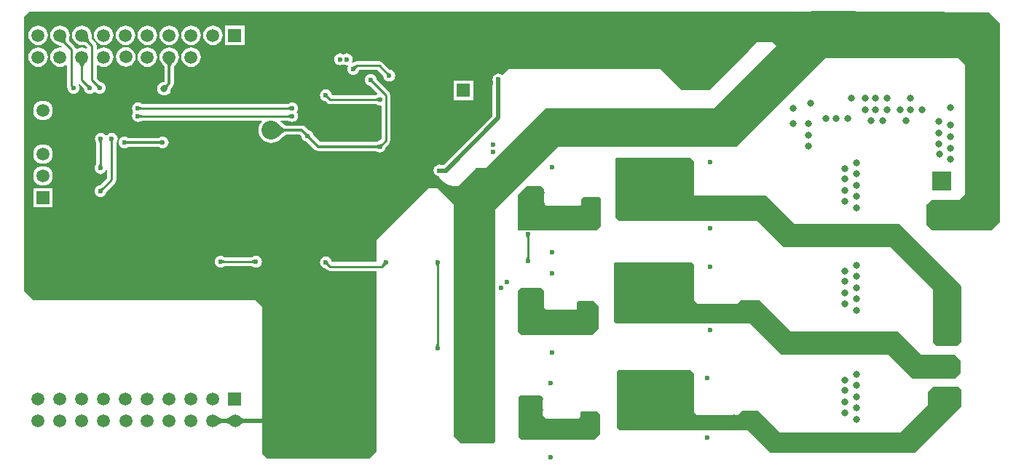
<source format=gbl>
G04*
G04 #@! TF.GenerationSoftware,Altium Limited,Altium Designer,19.0.15 (446)*
G04*
G04 Layer_Physical_Order=4*
G04 Layer_Color=16711680*
%FSLAX24Y24*%
%MOIN*%
G70*
G01*
G75*
%ADD11C,0.0100*%
%ADD13C,0.0197*%
%ADD14C,0.0118*%
%ADD66C,0.0394*%
%ADD68C,0.0787*%
%ADD69C,0.0591*%
%ADD70R,0.0591X0.0591*%
%ADD71R,0.0600X0.0600*%
%ADD72C,0.0600*%
%ADD73R,0.0591X0.0591*%
%ADD74C,0.0866*%
%ADD75R,0.0866X0.0866*%
%ADD76C,0.0236*%
%ADD77C,0.0315*%
G36*
X35100Y20564D02*
Y18932D01*
X33318Y17150D01*
X32003Y17150D01*
X31053Y18100D01*
X24101D01*
X23829Y17828D01*
X23747Y17883D01*
X23650Y17902D01*
X23553Y17883D01*
X23471Y17828D01*
X23460Y17812D01*
X23459Y17811D01*
X23416Y17755D01*
X23389Y17690D01*
X23380Y17620D01*
X23389Y17550D01*
X23397Y17531D01*
Y17396D01*
X23380Y17378D01*
Y15944D01*
X21137Y13701D01*
X21044D01*
X21020Y13711D01*
X20950Y13720D01*
X20880Y13711D01*
X20815Y13684D01*
X20759Y13641D01*
X20716Y13585D01*
X20689Y13520D01*
X20680Y13450D01*
X20689Y13380D01*
X20716Y13315D01*
X20759Y13259D01*
X20815Y13216D01*
X20880Y13189D01*
X20908Y13185D01*
X20926Y13132D01*
X18057Y10263D01*
Y9254D01*
X16025D01*
X16018Y9260D01*
X16011Y9315D01*
X15984Y9380D01*
X15941Y9436D01*
X15885Y9479D01*
X15820Y9506D01*
X15750Y9516D01*
X15680Y9506D01*
X15615Y9479D01*
X15559Y9436D01*
X15516Y9380D01*
X15489Y9315D01*
X15480Y9245D01*
X15489Y9175D01*
X15516Y9110D01*
X15559Y9054D01*
X15615Y9011D01*
X15680Y8984D01*
X15724Y8978D01*
X15796Y8906D01*
X15862Y8862D01*
X15940Y8846D01*
X18057D01*
Y557D01*
X17750Y250D01*
X13050D01*
X12820Y480D01*
Y7194D01*
X12515Y7500D01*
X2371D01*
X1950Y7921D01*
Y20500D01*
X2200Y20750D01*
X34914D01*
X35100Y20564D01*
D02*
G37*
G36*
X46100Y20700D02*
X46600Y20200D01*
Y11100D01*
X46200Y10700D01*
X43500D01*
X43250Y10950D01*
Y11900D01*
X43262D01*
X43462Y12100D01*
X44750D01*
X45000Y12350D01*
Y18300D01*
X44700Y18600D01*
X38600D01*
X34550Y14550D01*
X26368D01*
X23500Y11682D01*
Y1050D01*
X23400Y950D01*
X21926D01*
X21600Y1276D01*
Y12208D01*
X21080Y12404D01*
X21070Y12970D01*
X21118Y12926D01*
X21169Y12887D01*
X21223Y12853D01*
X21281Y12823D01*
X21342Y12797D01*
X21406Y12777D01*
X21473Y12761D01*
X21543Y12749D01*
X21617Y12742D01*
X21694Y12740D01*
X21726Y12662D01*
X22600Y13536D01*
Y13555D01*
X23055D01*
X25800Y16300D01*
X33500D01*
X37950Y20750D01*
X37956Y20751D01*
X46100Y20700D01*
D02*
G37*
G36*
X25750Y12600D02*
Y11922D01*
X25822Y11850D01*
X27386D01*
X27436Y11900D01*
X27436Y12136D01*
X27530Y12230D01*
X28270Y12230D01*
X28350Y12150D01*
Y10900D01*
X28150Y10700D01*
X24526D01*
Y12326D01*
X24850Y12650D01*
X24940Y12750D01*
X25600D01*
X25750Y12600D01*
D02*
G37*
G36*
X25082Y10456D02*
X25076Y10449D01*
X25070Y10443D01*
X25064Y10435D01*
X25060Y10427D01*
X25056Y10418D01*
X25053Y10409D01*
X25050Y10399D01*
X25049Y10388D01*
X25047Y10376D01*
X25047Y10364D01*
X24947Y10374D01*
X24947Y10386D01*
X24946Y10397D01*
X24944Y10408D01*
X24942Y10418D01*
X24940Y10428D01*
X24936Y10437D01*
X24933Y10446D01*
X24928Y10454D01*
X24923Y10462D01*
X24917Y10469D01*
X25082Y10456D01*
D02*
G37*
G36*
X25047Y9460D02*
X25047Y9448D01*
X25048Y9437D01*
X25050Y9426D01*
X25052Y9416D01*
X25055Y9406D01*
X25058Y9397D01*
X25062Y9388D01*
X25066Y9380D01*
X25071Y9372D01*
X25077Y9365D01*
X24912Y9378D01*
X24919Y9384D01*
X24925Y9391D01*
X24930Y9399D01*
X24934Y9407D01*
X24938Y9416D01*
X24942Y9425D01*
X24944Y9435D01*
X24946Y9446D01*
X24947Y9457D01*
X24947Y9469D01*
X25047Y9460D01*
D02*
G37*
G36*
X15868Y9231D02*
X15869Y9222D01*
X15871Y9213D01*
X15874Y9204D01*
X15878Y9195D01*
X15882Y9186D01*
X15888Y9178D01*
X15894Y9169D01*
X15902Y9160D01*
X15910Y9151D01*
X15837Y9083D01*
X15828Y9091D01*
X15819Y9098D01*
X15811Y9105D01*
X15802Y9111D01*
X15793Y9116D01*
X15784Y9120D01*
X15775Y9123D01*
X15766Y9125D01*
X15757Y9126D01*
X15748Y9127D01*
X15868Y9240D01*
X15868Y9231D01*
D02*
G37*
G36*
X18499Y9122D02*
X18490Y9122D01*
X18481Y9121D01*
X18472Y9118D01*
X18463Y9115D01*
X18454Y9112D01*
X18445Y9107D01*
X18436Y9101D01*
X18427Y9095D01*
X18418Y9087D01*
X18410Y9079D01*
X18339Y9150D01*
X18347Y9159D01*
X18355Y9167D01*
X18361Y9176D01*
X18367Y9185D01*
X18371Y9194D01*
X18375Y9203D01*
X18378Y9212D01*
X18380Y9221D01*
X18382Y9230D01*
X18382Y9239D01*
X18499Y9122D01*
D02*
G37*
G36*
X20935Y9157D02*
X20930Y9150D01*
X20925Y9142D01*
X20921Y9133D01*
X20918Y9124D01*
X20915Y9114D01*
X20913Y9104D01*
X20911Y9093D01*
X20910Y9082D01*
X20910Y9070D01*
X20810Y9065D01*
X20809Y9077D01*
X20808Y9089D01*
X20807Y9099D01*
X20804Y9109D01*
X20801Y9119D01*
X20798Y9128D01*
X20793Y9136D01*
X20788Y9144D01*
X20782Y9151D01*
X20776Y9157D01*
X20941Y9164D01*
X20935Y9157D01*
D02*
G37*
G36*
X25750Y7920D02*
Y7150D01*
X25822Y7078D01*
X27213D01*
X27250Y7115D01*
Y7415D01*
X27300Y7465D01*
X27985D01*
X28250Y7200D01*
Y6200D01*
X27950Y5900D01*
X24704D01*
X24526Y6077D01*
Y7920D01*
X24546D01*
X24688Y8062D01*
X25608D01*
X25750Y7920D01*
D02*
G37*
G36*
X32425Y14050D02*
X32600Y13875D01*
X32600Y12300D01*
X35899D01*
X37199Y11000D01*
X42000Y11000D01*
X44850Y8150D01*
X44850Y5600D01*
X44650Y5400D01*
X43700Y5400D01*
X43550Y5550D01*
X43550Y8000D01*
X41600Y9950D01*
X36700Y9950D01*
X35500Y11150D01*
X29150D01*
X29000Y11300D01*
Y14000D01*
X29050Y14050D01*
X32425Y14050D01*
D02*
G37*
G36*
X20910Y5475D02*
X20911Y5464D01*
X20913Y5453D01*
X20915Y5443D01*
X20918Y5433D01*
X20922Y5424D01*
X20926Y5416D01*
X20931Y5408D01*
X20936Y5401D01*
X20942Y5394D01*
X20777D01*
X20783Y5401D01*
X20789Y5408D01*
X20794Y5416D01*
X20798Y5424D01*
X20802Y5433D01*
X20805Y5443D01*
X20807Y5453D01*
X20808Y5464D01*
X20809Y5475D01*
X20810Y5487D01*
X20910D01*
X20910Y5475D01*
D02*
G37*
G36*
X32600Y9150D02*
Y7500D01*
X32750Y7350D01*
X34600D01*
X34750Y7500D01*
X35600D01*
X37023Y6077D01*
X41923D01*
X43000Y5000D01*
X44550D01*
X44800Y4750D01*
Y4150D01*
X44550Y3900D01*
X42600Y3900D01*
X41500Y5000D01*
X36600Y5000D01*
X35150Y6450D01*
X29050D01*
X28950Y6550D01*
Y9190D01*
X29000Y9240D01*
Y9250D01*
X32500D01*
X32600Y9150D01*
D02*
G37*
G36*
X11828Y2159D02*
X11850Y2141D01*
X11872Y2124D01*
X11896Y2110D01*
X11920Y2098D01*
X11944Y2088D01*
X11970Y2081D01*
X11996Y2075D01*
X12022Y2072D01*
X12050Y2071D01*
X12047Y1874D01*
X12020Y1873D01*
X11993Y1870D01*
X11967Y1864D01*
X11941Y1857D01*
X11916Y1847D01*
X11892Y1835D01*
X11868Y1822D01*
X11845Y1805D01*
X11823Y1787D01*
X11801Y1767D01*
X11593Y1971D01*
X11385Y1767D01*
X11363Y1787D01*
X11340Y1805D01*
X11317Y1822D01*
X11294Y1835D01*
X11269Y1847D01*
X11244Y1857D01*
X11219Y1864D01*
X11193Y1870D01*
X11166Y1873D01*
X11139Y1874D01*
X11136Y2071D01*
X11163Y2072D01*
X11190Y2075D01*
X11216Y2081D01*
X11242Y2088D01*
X11266Y2098D01*
X11290Y2110D01*
X11314Y2124D01*
X11336Y2141D01*
X11358Y2159D01*
X11379Y2180D01*
X11593Y1971D01*
X11807Y2180D01*
X11828Y2159D01*
D02*
G37*
G36*
X10813Y2159D02*
X10835Y2140D01*
X10858Y2124D01*
X10881Y2110D01*
X10905Y2098D01*
X10930Y2088D01*
X10956Y2081D01*
X10982Y2075D01*
X11008Y2072D01*
X11036Y2071D01*
Y1874D01*
X11008Y1873D01*
X10982Y1870D01*
X10956Y1864D01*
X10930Y1857D01*
X10905Y1847D01*
X10881Y1835D01*
X10858Y1821D01*
X10835Y1805D01*
X10813Y1786D01*
X10791Y1766D01*
Y2179D01*
X10813Y2159D01*
D02*
G37*
G36*
X25679Y3029D02*
X25679Y2214D01*
X25837Y2056D01*
X27298Y2056D01*
X27386Y2143D01*
Y2350D01*
X27426Y2390D01*
X28160Y2390D01*
X28287Y2262D01*
X28287Y1350D01*
X28038Y1100D01*
X24691D01*
X24564Y1227D01*
Y3070D01*
X24644Y3150D01*
X25558D01*
X25679Y3029D01*
D02*
G37*
G36*
X32600Y4150D02*
Y2384D01*
X32734Y2250D01*
X34600D01*
X34800Y2450D01*
X35550D01*
X36550Y1450D01*
X42054D01*
X43300Y2696D01*
X43300Y3300D01*
X43550Y3550D01*
X44700D01*
X44850Y3400D01*
X44850Y2650D01*
X42700Y500D01*
X36100Y500D01*
X35050Y1550D01*
X29190Y1550D01*
X29075Y1665D01*
Y4225D01*
X29150Y4300D01*
X32450D01*
X32600Y4150D01*
D02*
G37*
%LPC*%
G36*
X12026Y20095D02*
X11135D01*
Y19205D01*
X12026D01*
Y20095D01*
D02*
G37*
G36*
X10580Y20099D02*
X10464Y20084D01*
X10356Y20039D01*
X10263Y19968D01*
X10191Y19875D01*
X10146Y19766D01*
X10131Y19650D01*
X10146Y19534D01*
X10191Y19425D01*
X10263Y19332D01*
X10356Y19261D01*
X10464Y19216D01*
X10580Y19201D01*
X10697Y19216D01*
X10805Y19261D01*
X10898Y19332D01*
X10969Y19425D01*
X11014Y19534D01*
X11029Y19650D01*
X11014Y19766D01*
X10969Y19875D01*
X10898Y19968D01*
X10805Y20039D01*
X10697Y20084D01*
X10580Y20099D01*
D02*
G37*
G36*
X9580D02*
X9464Y20084D01*
X9356Y20039D01*
X9263Y19968D01*
X9191Y19875D01*
X9147Y19766D01*
X9131Y19650D01*
X9147Y19534D01*
X9191Y19425D01*
X9263Y19332D01*
X9356Y19261D01*
X9464Y19216D01*
X9580Y19201D01*
X9697Y19216D01*
X9805Y19261D01*
X9898Y19332D01*
X9969Y19425D01*
X10014Y19534D01*
X10029Y19650D01*
X10014Y19766D01*
X9969Y19875D01*
X9898Y19968D01*
X9805Y20039D01*
X9697Y20084D01*
X9580Y20099D01*
D02*
G37*
G36*
X8580D02*
X8464Y20084D01*
X8356Y20039D01*
X8263Y19968D01*
X8191Y19875D01*
X8146Y19766D01*
X8131Y19650D01*
X8146Y19534D01*
X8191Y19425D01*
X8263Y19332D01*
X8356Y19261D01*
X8464Y19216D01*
X8580Y19201D01*
X8697Y19216D01*
X8805Y19261D01*
X8898Y19332D01*
X8969Y19425D01*
X9014Y19534D01*
X9029Y19650D01*
X9014Y19766D01*
X8969Y19875D01*
X8898Y19968D01*
X8805Y20039D01*
X8697Y20084D01*
X8580Y20099D01*
D02*
G37*
G36*
X7580D02*
X7464Y20084D01*
X7356Y20039D01*
X7263Y19968D01*
X7191Y19875D01*
X7146Y19766D01*
X7131Y19650D01*
X7146Y19534D01*
X7191Y19425D01*
X7263Y19332D01*
X7356Y19261D01*
X7464Y19216D01*
X7580Y19201D01*
X7697Y19216D01*
X7805Y19261D01*
X7898Y19332D01*
X7969Y19425D01*
X8014Y19534D01*
X8029Y19650D01*
X8014Y19766D01*
X7969Y19875D01*
X7898Y19968D01*
X7805Y20039D01*
X7697Y20084D01*
X7580Y20099D01*
D02*
G37*
G36*
X6580D02*
X6464Y20084D01*
X6356Y20039D01*
X6263Y19968D01*
X6191Y19875D01*
X6147Y19766D01*
X6131Y19650D01*
X6147Y19534D01*
X6191Y19425D01*
X6263Y19332D01*
X6356Y19261D01*
X6464Y19216D01*
X6580Y19201D01*
X6697Y19216D01*
X6805Y19261D01*
X6898Y19332D01*
X6969Y19425D01*
X7014Y19534D01*
X7029Y19650D01*
X7014Y19766D01*
X6969Y19875D01*
X6898Y19968D01*
X6805Y20039D01*
X6697Y20084D01*
X6580Y20099D01*
D02*
G37*
G36*
X5580D02*
X5464Y20084D01*
X5356Y20039D01*
X5263Y19968D01*
X5191Y19875D01*
X5146Y19766D01*
X5131Y19650D01*
X5146Y19534D01*
X5191Y19425D01*
X5263Y19332D01*
X5356Y19261D01*
X5464Y19216D01*
X5580Y19201D01*
X5697Y19216D01*
X5805Y19261D01*
X5898Y19332D01*
X5969Y19425D01*
X6014Y19534D01*
X6029Y19650D01*
X6014Y19766D01*
X5969Y19875D01*
X5898Y19968D01*
X5805Y20039D01*
X5697Y20084D01*
X5580Y20099D01*
D02*
G37*
G36*
X2580D02*
X2464Y20084D01*
X2356Y20039D01*
X2263Y19968D01*
X2191Y19875D01*
X2147Y19766D01*
X2131Y19650D01*
X2147Y19534D01*
X2191Y19425D01*
X2263Y19332D01*
X2356Y19261D01*
X2464Y19216D01*
X2580Y19201D01*
X2697Y19216D01*
X2805Y19261D01*
X2898Y19332D01*
X2969Y19425D01*
X3014Y19534D01*
X3029Y19650D01*
X3014Y19766D01*
X2969Y19875D01*
X2898Y19968D01*
X2805Y20039D01*
X2697Y20084D01*
X2580Y20099D01*
D02*
G37*
G36*
X4580D02*
X4464Y20084D01*
X4356Y20039D01*
X4263Y19968D01*
X4191Y19875D01*
X4146Y19766D01*
X4131Y19650D01*
X4146Y19534D01*
X4191Y19425D01*
X4263Y19332D01*
X4356Y19261D01*
X4464Y19216D01*
X4580Y19201D01*
X4587Y19202D01*
X4620Y19202D01*
X4686Y19197D01*
X4709Y19194D01*
X4730Y19189D01*
X4746Y19185D01*
X4758Y19180D01*
X4765Y19177D01*
X4765Y19177D01*
X4833Y19109D01*
X4828Y19076D01*
X4779Y19050D01*
X4697Y19084D01*
X4580Y19099D01*
X4464Y19084D01*
X4356Y19039D01*
X4348Y19033D01*
X4293Y19054D01*
X4288Y19078D01*
X4244Y19144D01*
X3990Y19399D01*
X3989Y19399D01*
X3988Y19403D01*
X3987Y19410D01*
X3987Y19422D01*
X3988Y19437D01*
X3991Y19456D01*
X3997Y19479D01*
X4006Y19510D01*
X4007Y19516D01*
X4014Y19534D01*
X4029Y19650D01*
X4014Y19766D01*
X3969Y19875D01*
X3898Y19968D01*
X3805Y20039D01*
X3697Y20084D01*
X3580Y20099D01*
X3464Y20084D01*
X3356Y20039D01*
X3263Y19968D01*
X3191Y19875D01*
X3146Y19766D01*
X3131Y19650D01*
X3146Y19534D01*
X3191Y19425D01*
X3263Y19332D01*
X3356Y19261D01*
X3433Y19229D01*
X3443Y19223D01*
X3444Y19223D01*
X3444Y19223D01*
X3461Y19218D01*
X3464Y19216D01*
X3466Y19216D01*
X3489Y19208D01*
X3602Y19168D01*
X3653Y19146D01*
X3662Y19142D01*
X3653Y19093D01*
X3651Y19090D01*
X3580Y19099D01*
X3464Y19084D01*
X3356Y19039D01*
X3263Y18968D01*
X3191Y18875D01*
X3146Y18766D01*
X3131Y18650D01*
X3146Y18534D01*
X3191Y18425D01*
X3263Y18332D01*
X3356Y18261D01*
X3464Y18216D01*
X3580Y18201D01*
X3697Y18216D01*
X3805Y18261D01*
X3851Y18297D01*
X3896Y18275D01*
Y17344D01*
X3912Y17265D01*
X3930Y17237D01*
X3939Y17174D01*
X3966Y17108D01*
X4009Y17052D01*
X4065Y17009D01*
X4130Y16982D01*
X4200Y16973D01*
X4270Y16982D01*
X4335Y17009D01*
X4391Y17052D01*
X4434Y17108D01*
X4461Y17174D01*
X4470Y17244D01*
X4461Y17313D01*
X4434Y17379D01*
X4417Y17401D01*
X4455Y17434D01*
X4679Y17210D01*
X4686Y17160D01*
X4713Y17095D01*
X4756Y17039D01*
X4812Y16996D01*
X4877Y16969D01*
X4947Y16960D01*
X5017Y16969D01*
X5082Y16996D01*
X5138Y17039D01*
X5153Y17059D01*
X5203D01*
X5209Y17052D01*
X5265Y17009D01*
X5330Y16982D01*
X5400Y16973D01*
X5470Y16982D01*
X5535Y17009D01*
X5591Y17052D01*
X5634Y17108D01*
X5661Y17174D01*
X5670Y17244D01*
X5661Y17313D01*
X5634Y17379D01*
X5591Y17435D01*
X5535Y17478D01*
X5470Y17505D01*
X5421Y17511D01*
X5254Y17678D01*
Y18276D01*
X5304Y18301D01*
X5356Y18261D01*
X5464Y18216D01*
X5580Y18201D01*
X5697Y18216D01*
X5805Y18261D01*
X5898Y18332D01*
X5969Y18425D01*
X6014Y18534D01*
X6029Y18650D01*
X6014Y18766D01*
X5969Y18875D01*
X5898Y18968D01*
X5805Y19039D01*
X5697Y19084D01*
X5580Y19099D01*
X5464Y19084D01*
X5356Y19039D01*
X5304Y18999D01*
X5254Y19024D01*
Y19180D01*
X5238Y19258D01*
X5194Y19325D01*
X5054Y19465D01*
X5053Y19465D01*
X5050Y19473D01*
X5046Y19484D01*
X5041Y19501D01*
X5037Y19521D01*
X5033Y19545D01*
X5029Y19610D01*
X5029Y19643D01*
X5029Y19650D01*
X5014Y19766D01*
X4969Y19875D01*
X4898Y19968D01*
X4805Y20039D01*
X4697Y20084D01*
X4580Y20099D01*
D02*
G37*
G36*
X16700Y18820D02*
X16630Y18811D01*
X16565Y18784D01*
X16550Y18773D01*
X16535Y18784D01*
X16470Y18811D01*
X16400Y18820D01*
X16330Y18811D01*
X16265Y18784D01*
X16209Y18741D01*
X16166Y18685D01*
X16139Y18620D01*
X16130Y18550D01*
X16139Y18480D01*
X16166Y18415D01*
X16209Y18359D01*
X16265Y18316D01*
X16330Y18289D01*
X16400Y18280D01*
X16470Y18289D01*
X16535Y18316D01*
X16550Y18327D01*
X16565Y18316D01*
X16630Y18289D01*
X16700Y18280D01*
X16741Y18285D01*
X16768Y18238D01*
X16766Y18235D01*
X16739Y18170D01*
X16730Y18100D01*
X16739Y18030D01*
X16766Y17965D01*
X16809Y17909D01*
X16865Y17866D01*
X16930Y17839D01*
X17000Y17830D01*
X17070Y17839D01*
X17135Y17866D01*
X17191Y17909D01*
X17234Y17965D01*
X17261Y18030D01*
X17265Y18057D01*
X18105D01*
X18382Y17779D01*
X18389Y17730D01*
X18416Y17665D01*
X18459Y17609D01*
X18515Y17566D01*
X18580Y17539D01*
X18650Y17530D01*
X18720Y17539D01*
X18785Y17566D01*
X18841Y17609D01*
X18884Y17665D01*
X18911Y17730D01*
X18920Y17800D01*
X18911Y17870D01*
X18884Y17935D01*
X18841Y17991D01*
X18785Y18034D01*
X18720Y18061D01*
X18671Y18068D01*
X18334Y18405D01*
X18267Y18449D01*
X18189Y18465D01*
X17161D01*
X17083Y18449D01*
X17016Y18405D01*
X17002Y18390D01*
X16977Y18393D01*
X16947Y18446D01*
X16961Y18480D01*
X16970Y18550D01*
X16961Y18620D01*
X16934Y18685D01*
X16891Y18741D01*
X16835Y18784D01*
X16770Y18811D01*
X16700Y18820D01*
D02*
G37*
G36*
X6593Y19103D02*
X6477Y19088D01*
X6368Y19043D01*
X6275Y18972D01*
X6204Y18878D01*
X6159Y18770D01*
X6144Y18654D01*
X6159Y18538D01*
X6204Y18429D01*
X6275Y18336D01*
X6368Y18265D01*
X6477Y18220D01*
X6593Y18205D01*
X6709Y18220D01*
X6817Y18265D01*
X6910Y18336D01*
X6982Y18429D01*
X7027Y18538D01*
X7042Y18654D01*
X7027Y18770D01*
X6982Y18878D01*
X6910Y18972D01*
X6817Y19043D01*
X6709Y19088D01*
X6593Y19103D01*
D02*
G37*
G36*
X9580Y19099D02*
X9464Y19084D01*
X9356Y19039D01*
X9263Y18968D01*
X9191Y18875D01*
X9147Y18766D01*
X9131Y18650D01*
X9147Y18534D01*
X9191Y18425D01*
X9263Y18332D01*
X9356Y18261D01*
X9464Y18216D01*
X9580Y18201D01*
X9697Y18216D01*
X9805Y18261D01*
X9898Y18332D01*
X9969Y18425D01*
X10014Y18534D01*
X10029Y18650D01*
X10014Y18766D01*
X9969Y18875D01*
X9898Y18968D01*
X9805Y19039D01*
X9697Y19084D01*
X9580Y19099D01*
D02*
G37*
G36*
X7580D02*
X7464Y19084D01*
X7356Y19039D01*
X7263Y18968D01*
X7191Y18875D01*
X7146Y18766D01*
X7131Y18650D01*
X7146Y18534D01*
X7191Y18425D01*
X7263Y18332D01*
X7356Y18261D01*
X7464Y18216D01*
X7580Y18201D01*
X7697Y18216D01*
X7805Y18261D01*
X7898Y18332D01*
X7969Y18425D01*
X8014Y18534D01*
X8029Y18650D01*
X8014Y18766D01*
X7969Y18875D01*
X7898Y18968D01*
X7805Y19039D01*
X7697Y19084D01*
X7580Y19099D01*
D02*
G37*
G36*
X2580D02*
X2464Y19084D01*
X2356Y19039D01*
X2263Y18968D01*
X2191Y18875D01*
X2147Y18766D01*
X2131Y18650D01*
X2147Y18534D01*
X2191Y18425D01*
X2263Y18332D01*
X2356Y18261D01*
X2464Y18216D01*
X2580Y18201D01*
X2697Y18216D01*
X2805Y18261D01*
X2898Y18332D01*
X2969Y18425D01*
X3014Y18534D01*
X3029Y18650D01*
X3014Y18766D01*
X2969Y18875D01*
X2898Y18968D01*
X2805Y19039D01*
X2697Y19084D01*
X2580Y19099D01*
D02*
G37*
G36*
X17800Y17870D02*
X17730Y17861D01*
X17665Y17834D01*
X17609Y17791D01*
X17566Y17735D01*
X17539Y17670D01*
X17530Y17600D01*
X17539Y17530D01*
X17566Y17465D01*
X17609Y17409D01*
X17665Y17366D01*
X17730Y17339D01*
X17779Y17332D01*
X18112Y17000D01*
X18100Y16941D01*
X18084Y16934D01*
X18045Y16904D01*
X16034D01*
X16018Y16921D01*
X16011Y16970D01*
X15984Y17035D01*
X15941Y17091D01*
X15885Y17134D01*
X15820Y17161D01*
X15750Y17170D01*
X15680Y17161D01*
X15615Y17134D01*
X15559Y17091D01*
X15516Y17035D01*
X15489Y16970D01*
X15480Y16900D01*
X15489Y16830D01*
X15516Y16765D01*
X15559Y16709D01*
X15615Y16666D01*
X15680Y16639D01*
X15729Y16632D01*
X15806Y16556D01*
X15872Y16512D01*
X15950Y16496D01*
X18045D01*
X18084Y16466D01*
X18149Y16439D01*
X18219Y16430D01*
X18246Y16433D01*
X18284Y16400D01*
Y14903D01*
X18199Y14818D01*
X18149Y14811D01*
X18084Y14784D01*
X18057Y14763D01*
X15488D01*
X15166Y15086D01*
X15161Y15120D01*
X15134Y15185D01*
X15091Y15241D01*
X15035Y15284D01*
X14970Y15311D01*
X14936Y15316D01*
X14801Y15451D01*
X14732Y15497D01*
X14650Y15513D01*
X14650Y15513D01*
X13932D01*
X13922Y15516D01*
X13905Y15522D01*
X13883Y15533D01*
X13855Y15549D01*
X13824Y15570D01*
X13791Y15596D01*
X13710Y15668D01*
X13682Y15696D01*
X13702Y15746D01*
X14025D01*
X14065Y15716D01*
X14130Y15689D01*
X14200Y15680D01*
X14270Y15689D01*
X14335Y15716D01*
X14391Y15759D01*
X14434Y15815D01*
X14461Y15880D01*
X14470Y15950D01*
X14461Y16020D01*
X14434Y16085D01*
X14404Y16125D01*
X14434Y16165D01*
X14461Y16230D01*
X14470Y16300D01*
X14461Y16370D01*
X14434Y16435D01*
X14391Y16491D01*
X14335Y16534D01*
X14270Y16561D01*
X14200Y16570D01*
X14130Y16561D01*
X14065Y16534D01*
X14025Y16504D01*
X7325D01*
X7285Y16534D01*
X7220Y16561D01*
X7150Y16570D01*
X7080Y16561D01*
X7015Y16534D01*
X6959Y16491D01*
X6916Y16435D01*
X6889Y16370D01*
X6880Y16300D01*
X6889Y16230D01*
X6916Y16165D01*
X6946Y16125D01*
X6916Y16085D01*
X6889Y16020D01*
X6880Y15950D01*
X6889Y15880D01*
X6916Y15815D01*
X6959Y15759D01*
X7015Y15716D01*
X7080Y15689D01*
X7150Y15680D01*
X7220Y15689D01*
X7285Y15716D01*
X7325Y15746D01*
X12796D01*
X12820Y15696D01*
X12762Y15625D01*
X12708Y15524D01*
X12674Y15414D01*
X12663Y15300D01*
X12674Y15186D01*
X12708Y15076D01*
X12762Y14974D01*
X12835Y14886D01*
X12924Y14813D01*
X13025Y14759D01*
X13135Y14725D01*
X13249Y14714D01*
X13363Y14725D01*
X13473Y14759D01*
X13575Y14813D01*
X13663Y14886D01*
X13665Y14887D01*
X13666Y14888D01*
X13710Y14932D01*
X13791Y15004D01*
X13824Y15030D01*
X13855Y15051D01*
X13883Y15067D01*
X13905Y15078D01*
X13922Y15084D01*
X13932Y15087D01*
X14562D01*
X14634Y15014D01*
X14639Y14980D01*
X14666Y14915D01*
X14709Y14859D01*
X14765Y14816D01*
X14830Y14789D01*
X14864Y14784D01*
X15249Y14399D01*
X15249Y14399D01*
X15318Y14353D01*
X15400Y14337D01*
X15400Y14337D01*
X18057D01*
X18084Y14316D01*
X18149Y14289D01*
X18219Y14280D01*
X18289Y14289D01*
X18355Y14316D01*
X18411Y14359D01*
X18454Y14415D01*
X18481Y14480D01*
X18487Y14529D01*
X18632Y14674D01*
X18676Y14740D01*
X18691Y14818D01*
Y16912D01*
X18676Y16991D01*
X18632Y17057D01*
X18068Y17621D01*
X18061Y17670D01*
X18034Y17735D01*
X17991Y17791D01*
X17935Y17834D01*
X17870Y17861D01*
X17800Y17870D01*
D02*
G37*
G36*
X8580Y19099D02*
X8464Y19084D01*
X8356Y19039D01*
X8263Y18968D01*
X8191Y18875D01*
X8146Y18766D01*
X8131Y18650D01*
X8146Y18534D01*
X8191Y18425D01*
X8263Y18332D01*
X8267Y18329D01*
X8312Y18282D01*
X8327Y18262D01*
X8341Y18243D01*
X8352Y18226D01*
X8359Y18212D01*
X8364Y18201D01*
X8367Y18192D01*
X8367Y18190D01*
Y17531D01*
X8351Y17515D01*
X8351Y17515D01*
X8349Y17514D01*
X8346Y17513D01*
X8345Y17512D01*
X8343Y17511D01*
X8341Y17511D01*
X8338Y17510D01*
X8330Y17510D01*
X8316Y17506D01*
X8270Y17500D01*
X8195Y17469D01*
X8131Y17419D01*
X8081Y17355D01*
X8050Y17280D01*
X8040Y17200D01*
X8050Y17120D01*
X8081Y17045D01*
X8131Y16981D01*
X8195Y16931D01*
X8270Y16900D01*
X8350Y16890D01*
X8430Y16900D01*
X8505Y16931D01*
X8569Y16981D01*
X8619Y17045D01*
X8650Y17120D01*
X8660Y17200D01*
X8659Y17208D01*
X8660Y17214D01*
X8660Y17221D01*
X8731Y17292D01*
X8731Y17292D01*
X8777Y17361D01*
X8793Y17443D01*
X8793Y17443D01*
Y18190D01*
X8794Y18192D01*
X8797Y18201D01*
X8801Y18212D01*
X8809Y18226D01*
X8819Y18243D01*
X8832Y18261D01*
X8872Y18307D01*
X8893Y18328D01*
X8898Y18332D01*
X8969Y18425D01*
X9014Y18534D01*
X9029Y18650D01*
X9014Y18766D01*
X8969Y18875D01*
X8898Y18968D01*
X8805Y19039D01*
X8697Y19084D01*
X8580Y19099D01*
D02*
G37*
G36*
X22500Y17568D02*
X21600D01*
Y16668D01*
X22500D01*
Y17568D01*
D02*
G37*
G36*
X2800Y16649D02*
X2684Y16634D01*
X2575Y16589D01*
X2482Y16518D01*
X2411Y16425D01*
X2366Y16316D01*
X2351Y16200D01*
X2366Y16084D01*
X2411Y15975D01*
X2482Y15882D01*
X2575Y15811D01*
X2684Y15766D01*
X2800Y15751D01*
X2916Y15766D01*
X3025Y15811D01*
X3118Y15882D01*
X3189Y15975D01*
X3234Y16084D01*
X3249Y16200D01*
X3234Y16316D01*
X3189Y16425D01*
X3118Y16518D01*
X3025Y16589D01*
X2916Y16634D01*
X2800Y16649D01*
D02*
G37*
G36*
X5950Y15170D02*
X5880Y15161D01*
X5815Y15134D01*
X5759Y15091D01*
X5730Y15054D01*
X5722Y15051D01*
X5678D01*
X5670Y15054D01*
X5641Y15091D01*
X5585Y15134D01*
X5520Y15161D01*
X5450Y15170D01*
X5380Y15161D01*
X5315Y15134D01*
X5259Y15091D01*
X5216Y15035D01*
X5189Y14970D01*
X5180Y14900D01*
X5189Y14830D01*
X5216Y14765D01*
X5227Y14751D01*
X5229Y14746D01*
X5229Y14746D01*
X5229Y14745D01*
X5230Y14743D01*
X5230Y14743D01*
Y13730D01*
X5199Y13690D01*
X5172Y13625D01*
X5163Y13555D01*
X5172Y13485D01*
X5199Y13420D01*
X5242Y13364D01*
X5298Y13321D01*
X5364Y13294D01*
X5434Y13284D01*
X5504Y13294D01*
X5569Y13321D01*
X5625Y13364D01*
X5668Y13420D01*
X5695Y13485D01*
X5696Y13494D01*
X5746Y13491D01*
Y13109D01*
X5405Y12768D01*
X5356Y12761D01*
X5291Y12734D01*
X5235Y12691D01*
X5192Y12635D01*
X5165Y12570D01*
X5155Y12500D01*
X5165Y12430D01*
X5192Y12365D01*
X5235Y12309D01*
X5291Y12266D01*
X5356Y12239D01*
X5426Y12230D01*
X5496Y12239D01*
X5561Y12266D01*
X5617Y12309D01*
X5660Y12365D01*
X5687Y12430D01*
X5693Y12479D01*
X6094Y12880D01*
X6138Y12946D01*
X6154Y13024D01*
Y14725D01*
X6184Y14765D01*
X6211Y14830D01*
X6220Y14900D01*
X6211Y14970D01*
X6184Y15035D01*
X6141Y15091D01*
X6085Y15134D01*
X6020Y15161D01*
X5950Y15170D01*
D02*
G37*
G36*
X8280Y15005D02*
X8210Y14996D01*
X8145Y14969D01*
X8118Y14948D01*
X6688D01*
X6661Y14969D01*
X6596Y14996D01*
X6526Y15005D01*
X6456Y14996D01*
X6390Y14969D01*
X6334Y14926D01*
X6291Y14870D01*
X6264Y14805D01*
X6255Y14735D01*
X6264Y14665D01*
X6291Y14600D01*
X6334Y14544D01*
X6390Y14501D01*
X6456Y14474D01*
X6526Y14465D01*
X6596Y14474D01*
X6661Y14501D01*
X6688Y14522D01*
X8118D01*
X8145Y14501D01*
X8210Y14474D01*
X8280Y14465D01*
X8350Y14474D01*
X8416Y14501D01*
X8472Y14544D01*
X8515Y14600D01*
X8542Y14665D01*
X8551Y14735D01*
X8542Y14805D01*
X8515Y14870D01*
X8472Y14926D01*
X8416Y14969D01*
X8350Y14996D01*
X8280Y15005D01*
D02*
G37*
G36*
X2800Y14649D02*
X2684Y14634D01*
X2575Y14589D01*
X2482Y14518D01*
X2411Y14425D01*
X2366Y14316D01*
X2351Y14200D01*
X2366Y14084D01*
X2411Y13975D01*
X2482Y13882D01*
X2575Y13811D01*
X2684Y13766D01*
X2800Y13751D01*
X2916Y13766D01*
X3025Y13811D01*
X3118Y13882D01*
X3189Y13975D01*
X3234Y14084D01*
X3249Y14200D01*
X3234Y14316D01*
X3189Y14425D01*
X3118Y14518D01*
X3025Y14589D01*
X2916Y14634D01*
X2800Y14649D01*
D02*
G37*
G36*
Y13649D02*
X2684Y13634D01*
X2575Y13589D01*
X2482Y13518D01*
X2411Y13425D01*
X2366Y13316D01*
X2351Y13200D01*
X2366Y13084D01*
X2411Y12975D01*
X2482Y12882D01*
X2575Y12811D01*
X2684Y12766D01*
X2800Y12751D01*
X2916Y12766D01*
X3025Y12811D01*
X3118Y12882D01*
X3189Y12975D01*
X3234Y13084D01*
X3249Y13200D01*
X3234Y13316D01*
X3189Y13425D01*
X3118Y13518D01*
X3025Y13589D01*
X2916Y13634D01*
X2800Y13649D01*
D02*
G37*
G36*
X3245Y12645D02*
X2355D01*
Y11755D01*
X3245D01*
Y12645D01*
D02*
G37*
G36*
X12550Y9541D02*
X12480Y9531D01*
X12415Y9504D01*
X12375Y9474D01*
X11105D01*
X11065Y9504D01*
X11000Y9531D01*
X10930Y9541D01*
X10860Y9531D01*
X10795Y9504D01*
X10739Y9461D01*
X10696Y9405D01*
X10669Y9340D01*
X10659Y9270D01*
X10669Y9200D01*
X10696Y9135D01*
X10739Y9079D01*
X10795Y9036D01*
X10860Y9009D01*
X10930Y9000D01*
X11000Y9009D01*
X11065Y9036D01*
X11105Y9066D01*
X12375D01*
X12415Y9036D01*
X12480Y9009D01*
X12550Y9000D01*
X12620Y9009D01*
X12685Y9036D01*
X12741Y9079D01*
X12784Y9135D01*
X12811Y9200D01*
X12820Y9270D01*
X12811Y9340D01*
X12784Y9405D01*
X12741Y9461D01*
X12685Y9504D01*
X12620Y9531D01*
X12550Y9541D01*
D02*
G37*
%LPD*%
G36*
X4876Y19605D02*
X4881Y19529D01*
X4886Y19495D01*
X4892Y19464D01*
X4900Y19436D01*
X4910Y19411D01*
X4920Y19389D01*
X4933Y19370D01*
X4947Y19354D01*
X4876Y19284D01*
X4860Y19298D01*
X4841Y19310D01*
X4819Y19321D01*
X4794Y19330D01*
X4766Y19338D01*
X4735Y19344D01*
X4702Y19349D01*
X4626Y19354D01*
X4583Y19355D01*
X4876Y19647D01*
X4876Y19605D01*
D02*
G37*
G36*
X3849Y19520D02*
X3841Y19486D01*
X3836Y19454D01*
X3834Y19425D01*
X3835Y19397D01*
X3838Y19371D01*
X3845Y19348D01*
X3855Y19326D01*
X3867Y19306D01*
X3882Y19288D01*
X3788Y19241D01*
X3776Y19251D01*
X3761Y19262D01*
X3741Y19273D01*
X3717Y19285D01*
X3658Y19310D01*
X3539Y19353D01*
X3491Y19369D01*
X3860Y19555D01*
X3849Y19520D01*
D02*
G37*
G36*
X4757Y18409D02*
X4707Y18351D01*
X4687Y18324D01*
X4669Y18298D01*
X4655Y18273D01*
X4644Y18249D01*
X4637Y18225D01*
X4632Y18203D01*
X4630Y18182D01*
X4530D01*
X4529Y18203D01*
X4524Y18225D01*
X4516Y18249D01*
X4505Y18273D01*
X4491Y18298D01*
X4474Y18324D01*
X4454Y18351D01*
X4403Y18409D01*
X4374Y18439D01*
X4787D01*
X4757Y18409D01*
D02*
G37*
G36*
X5318Y17396D02*
X5327Y17389D01*
X5336Y17383D01*
X5345Y17377D01*
X5354Y17372D01*
X5363Y17368D01*
X5372Y17365D01*
X5381Y17363D01*
X5390Y17362D01*
X5399Y17362D01*
X5282Y17245D01*
X5282Y17254D01*
X5280Y17263D01*
X5278Y17272D01*
X5275Y17281D01*
X5271Y17290D01*
X5267Y17299D01*
X5261Y17308D01*
X5255Y17316D01*
X5247Y17325D01*
X5239Y17334D01*
X5310Y17405D01*
X5318Y17396D01*
D02*
G37*
G36*
X4865Y17383D02*
X4874Y17376D01*
X4883Y17369D01*
X4892Y17364D01*
X4900Y17359D01*
X4909Y17355D01*
X4918Y17352D01*
X4927Y17350D01*
X4937Y17349D01*
X4946Y17348D01*
X4829Y17231D01*
X4828Y17241D01*
X4827Y17250D01*
X4825Y17259D01*
X4822Y17268D01*
X4818Y17277D01*
X4813Y17286D01*
X4808Y17294D01*
X4801Y17303D01*
X4794Y17312D01*
X4786Y17321D01*
X4856Y17391D01*
X4865Y17383D01*
D02*
G37*
G36*
X17161Y18190D02*
X17153Y18182D01*
X17145Y18173D01*
X17139Y18164D01*
X17133Y18155D01*
X17129Y18146D01*
X17125Y18137D01*
X17122Y18128D01*
X17120Y18119D01*
X17118Y18110D01*
X17118Y18101D01*
X17001Y18218D01*
X17010Y18218D01*
X17019Y18220D01*
X17028Y18222D01*
X17037Y18225D01*
X17046Y18229D01*
X17055Y18233D01*
X17064Y18239D01*
X17073Y18245D01*
X17082Y18253D01*
X17090Y18261D01*
X17161Y18190D01*
D02*
G37*
G36*
X18568Y17953D02*
X18577Y17945D01*
X18586Y17939D01*
X18595Y17933D01*
X18604Y17929D01*
X18613Y17925D01*
X18622Y17922D01*
X18631Y17920D01*
X18640Y17918D01*
X18649Y17918D01*
X18532Y17801D01*
X18532Y17810D01*
X18530Y17819D01*
X18528Y17828D01*
X18525Y17837D01*
X18521Y17846D01*
X18517Y17855D01*
X18511Y17864D01*
X18505Y17873D01*
X18497Y17882D01*
X18489Y17890D01*
X18560Y17961D01*
X18568Y17953D01*
D02*
G37*
G36*
X17918Y17590D02*
X17920Y17581D01*
X17922Y17572D01*
X17925Y17563D01*
X17929Y17554D01*
X17933Y17545D01*
X17939Y17536D01*
X17945Y17527D01*
X17953Y17518D01*
X17961Y17510D01*
X17890Y17439D01*
X17882Y17447D01*
X17873Y17455D01*
X17864Y17461D01*
X17855Y17467D01*
X17846Y17471D01*
X17837Y17475D01*
X17828Y17478D01*
X17819Y17480D01*
X17810Y17482D01*
X17801Y17482D01*
X17918Y17599D01*
X17918Y17590D01*
D02*
G37*
G36*
X15868Y16890D02*
X15870Y16881D01*
X15872Y16872D01*
X15875Y16863D01*
X15879Y16854D01*
X15883Y16845D01*
X15889Y16836D01*
X15895Y16827D01*
X15903Y16818D01*
X15911Y16810D01*
X15840Y16739D01*
X15832Y16747D01*
X15823Y16755D01*
X15814Y16761D01*
X15805Y16767D01*
X15796Y16771D01*
X15787Y16775D01*
X15778Y16778D01*
X15769Y16780D01*
X15760Y16782D01*
X15751Y16782D01*
X15868Y16899D01*
X15868Y16890D01*
D02*
G37*
G36*
X18135Y16617D02*
X18128Y16624D01*
X18121Y16629D01*
X18113Y16634D01*
X18105Y16638D01*
X18096Y16642D01*
X18086Y16645D01*
X18076Y16647D01*
X18065Y16649D01*
X18054Y16650D01*
X18042Y16650D01*
Y16750D01*
X18054Y16750D01*
X18065Y16751D01*
X18076Y16753D01*
X18086Y16755D01*
X18096Y16758D01*
X18105Y16762D01*
X18113Y16766D01*
X18121Y16771D01*
X18128Y16776D01*
X18135Y16783D01*
Y16617D01*
D02*
G37*
G36*
X14116Y16217D02*
X14109Y16224D01*
X14102Y16229D01*
X14094Y16234D01*
X14085Y16238D01*
X14076Y16242D01*
X14067Y16245D01*
X14056Y16247D01*
X14046Y16249D01*
X14034Y16250D01*
X14022Y16250D01*
Y16350D01*
X14034Y16350D01*
X14046Y16351D01*
X14056Y16353D01*
X14067Y16355D01*
X14076Y16358D01*
X14085Y16362D01*
X14094Y16366D01*
X14102Y16371D01*
X14109Y16376D01*
X14116Y16383D01*
Y16217D01*
D02*
G37*
G36*
X7241Y16376D02*
X7248Y16371D01*
X7256Y16366D01*
X7265Y16362D01*
X7274Y16358D01*
X7283Y16355D01*
X7294Y16353D01*
X7304Y16351D01*
X7316Y16350D01*
X7328Y16350D01*
Y16250D01*
X7316Y16250D01*
X7304Y16249D01*
X7294Y16247D01*
X7283Y16245D01*
X7274Y16242D01*
X7265Y16238D01*
X7256Y16234D01*
X7248Y16229D01*
X7241Y16224D01*
X7234Y16217D01*
Y16383D01*
X7241Y16376D01*
D02*
G37*
G36*
X14116Y15867D02*
X14109Y15874D01*
X14102Y15879D01*
X14094Y15884D01*
X14085Y15888D01*
X14076Y15892D01*
X14067Y15895D01*
X14056Y15897D01*
X14046Y15899D01*
X14034Y15900D01*
X14022Y15900D01*
Y16000D01*
X14034Y16000D01*
X14046Y16001D01*
X14056Y16003D01*
X14067Y16005D01*
X14076Y16008D01*
X14085Y16012D01*
X14094Y16016D01*
X14102Y16021D01*
X14109Y16026D01*
X14116Y16033D01*
Y15867D01*
D02*
G37*
G36*
X7241Y16026D02*
X7248Y16021D01*
X7256Y16016D01*
X7265Y16012D01*
X7274Y16008D01*
X7283Y16005D01*
X7294Y16003D01*
X7304Y16001D01*
X7316Y16000D01*
X7328Y16000D01*
Y15900D01*
X7316Y15900D01*
X7304Y15899D01*
X7294Y15897D01*
X7283Y15895D01*
X7274Y15892D01*
X7265Y15888D01*
X7256Y15884D01*
X7248Y15879D01*
X7241Y15874D01*
X7234Y15867D01*
Y16033D01*
X7241Y16026D01*
D02*
G37*
G36*
X14828Y15205D02*
X14846Y15191D01*
X14854Y15185D01*
X14862Y15179D01*
X14870Y15175D01*
X14878Y15172D01*
X14885Y15170D01*
X14892Y15169D01*
X14899Y15168D01*
X14782Y15051D01*
X14781Y15058D01*
X14780Y15065D01*
X14778Y15072D01*
X14775Y15080D01*
X14771Y15088D01*
X14765Y15096D01*
X14759Y15104D01*
X14753Y15113D01*
X14736Y15131D01*
X14819Y15214D01*
X14828Y15205D01*
D02*
G37*
G36*
X13605Y15557D02*
X13693Y15479D01*
X13734Y15447D01*
X13773Y15420D01*
X13810Y15398D01*
X13845Y15381D01*
X13878Y15369D01*
X13909Y15361D01*
X13938Y15359D01*
Y15241D01*
X13909Y15238D01*
X13878Y15231D01*
X13845Y15219D01*
X13810Y15202D01*
X13773Y15180D01*
X13734Y15153D01*
X13693Y15121D01*
X13605Y15043D01*
X13558Y14997D01*
Y15603D01*
X13605Y15557D01*
D02*
G37*
G36*
X15019Y15042D02*
X15020Y15035D01*
X15022Y15028D01*
X15025Y15020D01*
X15029Y15012D01*
X15035Y15004D01*
X15041Y14996D01*
X15048Y14987D01*
X15064Y14969D01*
X14981Y14886D01*
X14972Y14895D01*
X14954Y14909D01*
X14946Y14915D01*
X14938Y14921D01*
X14930Y14925D01*
X14922Y14928D01*
X14915Y14930D01*
X14908Y14931D01*
X14901Y14932D01*
X15018Y15049D01*
X15019Y15042D01*
D02*
G37*
G36*
X18381Y14640D02*
X18372Y14632D01*
X18365Y14623D01*
X18358Y14614D01*
X18353Y14605D01*
X18348Y14596D01*
X18344Y14587D01*
X18341Y14578D01*
X18339Y14569D01*
X18338Y14560D01*
X18338Y14551D01*
X18221Y14668D01*
X18230Y14668D01*
X18239Y14670D01*
X18248Y14672D01*
X18257Y14675D01*
X18266Y14679D01*
X18275Y14683D01*
X18284Y14689D01*
X18292Y14695D01*
X18301Y14703D01*
X18310Y14711D01*
X18381Y14640D01*
D02*
G37*
G36*
X18135Y14467D02*
X18130Y14472D01*
X18124Y14476D01*
X18117Y14479D01*
X18110Y14482D01*
X18101Y14485D01*
X18092Y14487D01*
X18082Y14489D01*
X18071Y14490D01*
X18046Y14491D01*
Y14609D01*
X18059Y14609D01*
X18082Y14611D01*
X18092Y14613D01*
X18101Y14615D01*
X18110Y14618D01*
X18117Y14621D01*
X18124Y14624D01*
X18130Y14628D01*
X18135Y14633D01*
Y14467D01*
D02*
G37*
G36*
X8759Y18411D02*
X8712Y18355D01*
X8693Y18329D01*
X8676Y18303D01*
X8663Y18278D01*
X8653Y18253D01*
X8645Y18229D01*
X8641Y18206D01*
X8639Y18184D01*
X8521D01*
X8520Y18206D01*
X8515Y18229D01*
X8508Y18253D01*
X8498Y18278D01*
X8484Y18303D01*
X8468Y18329D01*
X8449Y18355D01*
X8427Y18383D01*
X8374Y18439D01*
X8787D01*
X8759Y18411D01*
D02*
G37*
G36*
X8558Y17337D02*
X8547Y17326D01*
X8538Y17314D01*
X8530Y17302D01*
X8523Y17290D01*
X8517Y17278D01*
X8513Y17265D01*
X8510Y17252D01*
X8508Y17238D01*
X8507Y17225D01*
X8507Y17211D01*
X8343Y17357D01*
X8357Y17358D01*
X8371Y17361D01*
X8384Y17364D01*
X8397Y17368D01*
X8410Y17373D01*
X8423Y17380D01*
X8435Y17387D01*
X8447Y17396D01*
X8458Y17405D01*
X8469Y17415D01*
X8558Y17337D01*
D02*
G37*
G36*
X6026Y14809D02*
X6021Y14802D01*
X6016Y14794D01*
X6012Y14785D01*
X6008Y14776D01*
X6005Y14767D01*
X6003Y14756D01*
X6001Y14746D01*
X6000Y14734D01*
X6000Y14722D01*
X5900D01*
X5900Y14734D01*
X5899Y14746D01*
X5897Y14756D01*
X5895Y14767D01*
X5892Y14776D01*
X5888Y14785D01*
X5884Y14794D01*
X5879Y14802D01*
X5874Y14809D01*
X5867Y14816D01*
X6033D01*
X6026Y14809D01*
D02*
G37*
G36*
X5520Y14805D02*
X5513Y14799D01*
X5507Y14793D01*
X5502Y14786D01*
X5497Y14778D01*
X5493Y14769D01*
X5489Y14760D01*
X5487Y14750D01*
X5485Y14739D01*
X5484Y14728D01*
X5484Y14716D01*
X5384Y14731D01*
X5383Y14743D01*
X5381Y14766D01*
X5379Y14776D01*
X5377Y14786D01*
X5374Y14796D01*
X5370Y14804D01*
X5366Y14813D01*
X5362Y14821D01*
X5356Y14828D01*
X5520Y14805D01*
D02*
G37*
G36*
X5484Y13721D02*
X5485Y13709D01*
X5487Y13698D01*
X5489Y13688D01*
X5492Y13679D01*
X5495Y13670D01*
X5500Y13661D01*
X5505Y13653D01*
X5510Y13646D01*
X5516Y13639D01*
X5351D01*
X5357Y13646D01*
X5363Y13653D01*
X5368Y13661D01*
X5372Y13670D01*
X5375Y13679D01*
X5378Y13688D01*
X5381Y13698D01*
X5382Y13709D01*
X5383Y13721D01*
X5384Y13733D01*
X5484D01*
X5484Y13721D01*
D02*
G37*
G36*
X5587Y12590D02*
X5579Y12582D01*
X5571Y12573D01*
X5565Y12564D01*
X5559Y12555D01*
X5554Y12546D01*
X5551Y12537D01*
X5548Y12528D01*
X5545Y12519D01*
X5544Y12510D01*
X5544Y12501D01*
X5427Y12618D01*
X5436Y12618D01*
X5445Y12620D01*
X5454Y12622D01*
X5463Y12625D01*
X5472Y12629D01*
X5481Y12633D01*
X5490Y12639D01*
X5499Y12645D01*
X5507Y12653D01*
X5516Y12661D01*
X5587Y12590D01*
D02*
G37*
G36*
X8196Y14652D02*
X8191Y14657D01*
X8185Y14661D01*
X8178Y14664D01*
X8171Y14667D01*
X8162Y14670D01*
X8153Y14672D01*
X8143Y14674D01*
X8132Y14675D01*
X8107Y14676D01*
Y14794D01*
X8120Y14794D01*
X8143Y14796D01*
X8153Y14798D01*
X8162Y14800D01*
X8171Y14803D01*
X8178Y14806D01*
X8185Y14809D01*
X8191Y14813D01*
X8196Y14818D01*
Y14652D01*
D02*
G37*
G36*
X6615Y14813D02*
X6621Y14809D01*
X6628Y14806D01*
X6635Y14803D01*
X6644Y14800D01*
X6653Y14798D01*
X6663Y14796D01*
X6674Y14795D01*
X6699Y14794D01*
Y14676D01*
X6686Y14676D01*
X6663Y14674D01*
X6653Y14672D01*
X6644Y14670D01*
X6635Y14667D01*
X6628Y14664D01*
X6621Y14661D01*
X6615Y14657D01*
X6610Y14652D01*
Y14818D01*
X6615Y14813D01*
D02*
G37*
G36*
X12466Y9187D02*
X12459Y9194D01*
X12452Y9199D01*
X12444Y9204D01*
X12435Y9208D01*
X12426Y9212D01*
X12417Y9215D01*
X12406Y9217D01*
X12396Y9219D01*
X12384Y9220D01*
X12372Y9220D01*
Y9320D01*
X12384Y9320D01*
X12396Y9321D01*
X12406Y9323D01*
X12417Y9325D01*
X12426Y9328D01*
X12435Y9332D01*
X12444Y9336D01*
X12452Y9341D01*
X12459Y9347D01*
X12466Y9353D01*
Y9187D01*
D02*
G37*
G36*
X11021Y9347D02*
X11028Y9341D01*
X11036Y9336D01*
X11045Y9332D01*
X11054Y9328D01*
X11063Y9325D01*
X11073Y9323D01*
X11084Y9321D01*
X11096Y9320D01*
X11108Y9320D01*
Y9220D01*
X11096Y9220D01*
X11084Y9219D01*
X11073Y9217D01*
X11063Y9215D01*
X11054Y9212D01*
X11045Y9208D01*
X11036Y9204D01*
X11028Y9199D01*
X11021Y9194D01*
X11014Y9187D01*
Y9353D01*
X11021Y9347D01*
D02*
G37*
D11*
X18189Y18261D02*
X18650Y17800D01*
X17161Y18261D02*
X18189D01*
X17000Y18100D02*
X17161Y18261D01*
X18488Y14818D02*
Y16912D01*
X17800Y17600D02*
X18488Y16912D01*
X15750Y16900D02*
X15950Y16700D01*
X18219D01*
X4580Y19650D02*
X5050Y19180D01*
Y17594D02*
Y19180D01*
Y17594D02*
X5400Y17244D01*
X4100Y17344D02*
Y19000D01*
Y17344D02*
X4200Y17244D01*
X4580Y17597D02*
X4947Y17230D01*
X4580Y17597D02*
Y18650D01*
X3580Y19520D02*
X4100Y19000D01*
X3580Y19520D02*
Y19650D01*
X5426Y14900D02*
X5434Y14892D01*
Y13555D02*
Y14892D01*
X5950Y13024D02*
Y14900D01*
X5426Y12500D02*
X5950Y13024D01*
X14990Y19665D02*
Y19743D01*
X18219Y14550D02*
X18488Y14818D01*
X20855Y9245D02*
X20860Y9240D01*
X20850Y9250D02*
X20855Y9245D01*
X10930Y9270D02*
X12550D01*
X7150Y15950D02*
X14200D01*
X7150Y16300D02*
X14200D01*
X10930Y9270D02*
X10960Y9240D01*
X10900Y9300D02*
X10930Y9270D01*
X18310Y9050D02*
X18500Y9240D01*
X15940Y9050D02*
X18310D01*
X15750Y9240D02*
X15940Y9050D01*
X20860Y5310D02*
Y9240D01*
X24987Y9287D02*
X24997Y9297D01*
Y10537D01*
X25007Y10546D01*
D13*
X10580Y1972D02*
X13022D01*
X13050Y2000D02*
X13100D01*
X13022Y1972D02*
X13050Y2000D01*
X21238Y13448D02*
X21240Y13446D01*
X23650Y15856D01*
Y17620D02*
Y17649D01*
Y17302D02*
Y17620D01*
Y15856D02*
Y17302D01*
X20952Y13448D02*
X21238D01*
X20950Y13450D02*
X20952Y13448D01*
D14*
X8245Y14735D02*
X8280Y14700D01*
X6526Y14735D02*
X8245D01*
X13249Y15300D02*
X14650D01*
X14900Y15050D01*
X15400Y14550D02*
X18219D01*
X14900Y15050D02*
X15400Y14550D01*
X8350Y17200D02*
Y17213D01*
X8580Y17443D01*
Y18650D01*
D66*
X21219Y12543D02*
X21853D01*
X21219D02*
X21853Y11909D01*
Y11880D02*
Y11909D01*
X20931Y12831D02*
X21219Y12543D01*
X20700Y13062D02*
X20931Y12831D01*
X19870Y12700D02*
X20117D01*
X20249Y12831D01*
X20931D01*
D68*
X34800Y19850D02*
X35300Y20350D01*
X36375Y19725D02*
X36650Y19450D01*
X35325Y19725D02*
X36375D01*
X34800Y19200D02*
X35325Y19725D01*
X35300Y20350D02*
X36800D01*
X34950D02*
X35300D01*
X34800Y19200D02*
Y19850D01*
X36800Y20350D02*
X37986D01*
X37050Y19576D02*
Y19945D01*
X36800Y20195D02*
X37050Y19945D01*
X36800Y20195D02*
Y20350D01*
D69*
X3580Y2972D02*
D03*
X2580D02*
D03*
X4580D02*
D03*
X5580D02*
D03*
X2580Y1972D02*
D03*
X6593Y1976D02*
D03*
X5580Y1972D02*
D03*
X4580D02*
D03*
X3580D02*
D03*
X6580Y2972D02*
D03*
X8580Y1972D02*
D03*
X9580D02*
D03*
X10580D02*
D03*
X11593Y1976D02*
D03*
X7580Y1972D02*
D03*
X10580Y2972D02*
D03*
X9580D02*
D03*
X7580D02*
D03*
X8580D02*
D03*
Y19650D02*
D03*
X7580D02*
D03*
X9580D02*
D03*
X10580D02*
D03*
X7580Y18650D02*
D03*
X11593Y18654D02*
D03*
X10580Y18650D02*
D03*
X9580D02*
D03*
X8580D02*
D03*
X6580Y19650D02*
D03*
X3580Y18650D02*
D03*
X4580D02*
D03*
X5580D02*
D03*
X6593Y18654D02*
D03*
X2580Y18650D02*
D03*
X5580Y19650D02*
D03*
X4580D02*
D03*
X2580D02*
D03*
X3580D02*
D03*
X2800Y16200D02*
D03*
Y13200D02*
D03*
Y14200D02*
D03*
Y15200D02*
D03*
D70*
X11580Y2972D02*
D03*
Y19650D02*
D03*
D71*
X22050Y17118D02*
D03*
D72*
X23050D02*
D03*
D73*
X2800Y12200D02*
D03*
D74*
X13249Y15300D02*
D03*
X14990Y19743D02*
D03*
X14690Y4850D02*
D03*
X43950Y11475D02*
D03*
X44130Y2950D02*
D03*
X44150Y4450D02*
D03*
D75*
X43950Y12975D02*
D03*
X44150Y5950D02*
D03*
D76*
X18284Y19636D02*
D03*
X18300Y20056D02*
D03*
X18284Y20450D02*
D03*
X18650Y17800D02*
D03*
X17800Y17600D02*
D03*
X26050Y300D02*
D03*
X16700Y18550D02*
D03*
X16400D02*
D03*
X15482Y20489D02*
D03*
X15072D02*
D03*
X14670D02*
D03*
X15976Y19673D02*
D03*
Y20083D02*
D03*
Y20485D02*
D03*
X13388Y19174D02*
D03*
X13798D02*
D03*
X14200D02*
D03*
X13403Y19861D02*
D03*
X13813D02*
D03*
X14215D02*
D03*
X13403Y20500D02*
D03*
X13813D02*
D03*
X14215D02*
D03*
X3301Y16850D02*
D03*
X3850Y16869D02*
D03*
X8350Y9287D02*
D03*
X9350Y9325D02*
D03*
X33000Y18500D02*
D03*
X21240Y13446D02*
D03*
X34500Y14800D02*
D03*
Y15150D02*
D03*
X34850D02*
D03*
X15332Y17547D02*
D03*
X22877Y17789D02*
D03*
X22875Y18275D02*
D03*
X21050Y19450D02*
D03*
X23650Y17302D02*
D03*
Y17620D02*
D03*
X4009Y12300D02*
D03*
Y13270D02*
D03*
X3976Y14265D02*
D03*
X8280Y14735D02*
D03*
X6526D02*
D03*
X5400Y17244D02*
D03*
X4947Y17230D02*
D03*
X4200Y17244D02*
D03*
X5450Y14900D02*
D03*
X5434Y13555D02*
D03*
X5950Y14900D02*
D03*
X5426Y12500D02*
D03*
X24526Y18984D02*
D03*
X17338Y19636D02*
D03*
X32600Y17335D02*
D03*
Y17781D02*
D03*
X33000Y18050D02*
D03*
X14900Y15050D02*
D03*
X9607Y10700D02*
D03*
X9977D02*
D03*
X8280Y9003D02*
D03*
X9850Y8761D02*
D03*
Y8391D02*
D03*
Y7981D02*
D03*
X25500Y20264D02*
D03*
Y19894D02*
D03*
Y19484D02*
D03*
X27088Y20315D02*
D03*
Y19945D02*
D03*
Y19535D02*
D03*
X24896Y18984D02*
D03*
Y19636D02*
D03*
X24526D02*
D03*
X24590Y20500D02*
D03*
X24220D02*
D03*
X23810D02*
D03*
X22616Y19393D02*
D03*
X22842Y19965D02*
D03*
X22432D02*
D03*
X23072Y20500D02*
D03*
X22702D02*
D03*
X22292D02*
D03*
X20474Y20019D02*
D03*
X20103D02*
D03*
X19694D02*
D03*
X20240Y20500D02*
D03*
X19870D02*
D03*
X19460D02*
D03*
X16919Y19636D02*
D03*
X17708Y20019D02*
D03*
X17338D02*
D03*
X16928D02*
D03*
X17740Y20500D02*
D03*
X17338D02*
D03*
X16928D02*
D03*
X18847Y14497D02*
D03*
X19397Y13950D02*
D03*
X15159Y15407D02*
D03*
X15568D02*
D03*
X15938D02*
D03*
X13163Y14483D02*
D03*
Y14073D02*
D03*
Y13703D02*
D03*
X13930Y17553D02*
D03*
Y17144D02*
D03*
Y16773D02*
D03*
X13163Y17446D02*
D03*
Y17036D02*
D03*
Y16666D02*
D03*
X13700Y14635D02*
D03*
Y14265D02*
D03*
Y13779D02*
D03*
Y13369D02*
D03*
Y12999D02*
D03*
X15750Y9245D02*
D03*
X12550Y9270D02*
D03*
X14200Y15950D02*
D03*
X7150D02*
D03*
X14200Y16300D02*
D03*
X7150D02*
D03*
X17000Y18100D02*
D03*
X18219Y14550D02*
D03*
X10930Y9270D02*
D03*
X18500Y9240D02*
D03*
X20855Y9245D02*
D03*
X20860Y5310D02*
D03*
X24987Y9287D02*
D03*
X25007Y10546D02*
D03*
X20950Y13450D02*
D03*
X16700Y9400D02*
D03*
X16550Y9720D02*
D03*
Y10090D02*
D03*
Y10500D02*
D03*
X16919Y4750D02*
D03*
X16550Y4850D02*
D03*
Y5204D02*
D03*
Y5550D02*
D03*
Y5903D02*
D03*
X16400Y500D02*
D03*
Y850D02*
D03*
X16800Y1310D02*
D03*
X16400Y1261D02*
D03*
Y1630D02*
D03*
X21853Y12543D02*
D03*
Y12230D02*
D03*
X22250Y12400D02*
D03*
X34250Y19600D02*
D03*
X33878Y19613D02*
D03*
X33310Y20426D02*
D03*
Y20073D02*
D03*
X34562Y19864D02*
D03*
Y20250D02*
D03*
Y20614D02*
D03*
X22276Y3052D02*
D03*
Y2740D02*
D03*
X22273Y2034D02*
D03*
X22276Y2390D02*
D03*
Y1352D02*
D03*
X21879Y1808D02*
D03*
Y2533D02*
D03*
X21876Y2177D02*
D03*
X21879Y2883D02*
D03*
Y3195D02*
D03*
X22276Y1665D02*
D03*
X22247Y6390D02*
D03*
X21850Y7920D02*
D03*
Y7608D02*
D03*
X21847Y6902D02*
D03*
X21850Y7258D02*
D03*
Y6220D02*
D03*
Y6533D02*
D03*
X22247Y6077D02*
D03*
Y7115D02*
D03*
X22243Y6759D02*
D03*
X22247Y7465D02*
D03*
Y7777D02*
D03*
X22250Y12088D02*
D03*
X22247Y11382D02*
D03*
X22250Y11738D02*
D03*
Y10700D02*
D03*
Y11013D02*
D03*
X21853Y11155D02*
D03*
Y10843D02*
D03*
Y11880D02*
D03*
X21850Y11525D02*
D03*
X15750Y16900D02*
D03*
X18219Y16700D02*
D03*
X23766Y8065D02*
D03*
X23400Y14299D02*
D03*
X24050Y8349D02*
D03*
X26100Y13599D02*
D03*
X23400Y14649D02*
D03*
X26100Y5100D02*
D03*
Y9700D02*
D03*
X26050Y3700D02*
D03*
X33200Y1200D02*
D03*
Y3950D02*
D03*
X26100Y8750D02*
D03*
X33350Y9050D02*
D03*
Y6150D02*
D03*
Y10800D02*
D03*
Y13850D02*
D03*
D77*
X34800Y11800D02*
D03*
X34443Y2100D02*
D03*
X35168Y1725D02*
D03*
X34650D02*
D03*
X34200D02*
D03*
X42506Y16773D02*
D03*
X37950Y16550D02*
D03*
X43850Y14200D02*
D03*
X44325Y15550D02*
D03*
X42300Y15750D02*
D03*
X44350Y16350D02*
D03*
X41250Y15750D02*
D03*
X37150Y15611D02*
D03*
Y16300D02*
D03*
X37850Y14572D02*
D03*
Y15056D02*
D03*
Y15600D02*
D03*
X44325Y13972D02*
D03*
Y14456D02*
D03*
Y15000D02*
D03*
X43800Y14672D02*
D03*
Y15156D02*
D03*
Y15700D02*
D03*
X42022Y16228D02*
D03*
X42506D02*
D03*
X43050D02*
D03*
X39800Y16773D02*
D03*
X40700Y15750D02*
D03*
X40422Y16250D02*
D03*
X40906D02*
D03*
X41450D02*
D03*
X40422Y16773D02*
D03*
X40906D02*
D03*
X41450D02*
D03*
X38622Y15850D02*
D03*
X39106D02*
D03*
X39650D02*
D03*
X46050Y11525D02*
D03*
X45566D02*
D03*
X45022D02*
D03*
X46250Y12350D02*
D03*
Y12834D02*
D03*
Y13378D02*
D03*
X45600Y12850D02*
D03*
Y13334D02*
D03*
Y13878D02*
D03*
X46250Y14350D02*
D03*
Y14834D02*
D03*
Y15378D02*
D03*
X45550Y15200D02*
D03*
Y15684D02*
D03*
Y16228D02*
D03*
X46250Y16600D02*
D03*
Y17084D02*
D03*
Y17628D02*
D03*
X45500Y17118D02*
D03*
Y17601D02*
D03*
Y18145D02*
D03*
X45850Y19022D02*
D03*
Y19506D02*
D03*
Y20050D02*
D03*
X42850D02*
D03*
Y19506D02*
D03*
Y19022D02*
D03*
X38100Y20056D02*
D03*
Y19512D02*
D03*
Y19028D02*
D03*
X44700Y20120D02*
D03*
Y19576D02*
D03*
Y19093D02*
D03*
X42150Y20564D02*
D03*
Y20056D02*
D03*
Y19572D02*
D03*
X41450Y20050D02*
D03*
Y19506D02*
D03*
Y19022D02*
D03*
X40900Y20564D02*
D03*
Y20056D02*
D03*
Y19572D02*
D03*
X40250Y20050D02*
D03*
Y19506D02*
D03*
Y19022D02*
D03*
X39700Y20564D02*
D03*
Y20069D02*
D03*
Y19585D02*
D03*
X40050Y4096D02*
D03*
Y3612D02*
D03*
Y3068D02*
D03*
Y2584D02*
D03*
X39500Y3846D02*
D03*
Y3362D02*
D03*
Y2821D02*
D03*
Y2338D02*
D03*
X40050Y2050D02*
D03*
Y9096D02*
D03*
Y8612D02*
D03*
Y8068D02*
D03*
Y7584D02*
D03*
X39500Y8846D02*
D03*
Y8362D02*
D03*
Y7821D02*
D03*
Y7338D02*
D03*
X40050Y7050D02*
D03*
Y11750D02*
D03*
X39500Y12038D02*
D03*
Y12521D02*
D03*
Y13062D02*
D03*
Y13546D02*
D03*
X40050Y12284D02*
D03*
Y12768D02*
D03*
Y13312D02*
D03*
Y13796D02*
D03*
X25716Y1362D02*
D03*
Y1846D02*
D03*
X25530Y2468D02*
D03*
Y2951D02*
D03*
X27000Y1320D02*
D03*
X26516D02*
D03*
X27962D02*
D03*
X27443D02*
D03*
X25716Y6721D02*
D03*
Y6202D02*
D03*
X25530Y7796D02*
D03*
Y7277D02*
D03*
X27343Y6220D02*
D03*
X27862D02*
D03*
X26416D02*
D03*
X26900D02*
D03*
X25786Y11428D02*
D03*
Y10928D02*
D03*
X25600Y12449D02*
D03*
Y11949D02*
D03*
X27088Y11013D02*
D03*
X26604D02*
D03*
X28050D02*
D03*
X27530D02*
D03*
X35193Y6628D02*
D03*
X35518Y6878D02*
D03*
Y7286D02*
D03*
X34300Y11800D02*
D03*
X35668Y11900D02*
D03*
X33668Y6678D02*
D03*
X34161D02*
D03*
X34668D02*
D03*
X34318Y7078D02*
D03*
X34674Y11428D02*
D03*
X34144D02*
D03*
X33668D02*
D03*
X32450Y2056D02*
D03*
X32432Y2556D02*
D03*
Y3006D02*
D03*
Y3456D02*
D03*
Y3956D02*
D03*
X32050Y1809D02*
D03*
X32032Y2309D02*
D03*
Y2759D02*
D03*
Y3209D02*
D03*
Y3709D02*
D03*
X32450Y7112D02*
D03*
X32432Y7612D02*
D03*
Y8062D02*
D03*
Y8512D02*
D03*
Y9012D02*
D03*
X32050Y6866D02*
D03*
X32032Y7366D02*
D03*
Y7816D02*
D03*
Y8266D02*
D03*
Y8766D02*
D03*
Y13525D02*
D03*
Y13025D02*
D03*
Y12575D02*
D03*
Y12125D02*
D03*
X32050Y11625D02*
D03*
X32432Y13772D02*
D03*
Y13272D02*
D03*
Y12822D02*
D03*
Y12372D02*
D03*
X32450Y11872D02*
D03*
X8350Y17200D02*
D03*
X32800Y1800D02*
D03*
M02*

</source>
